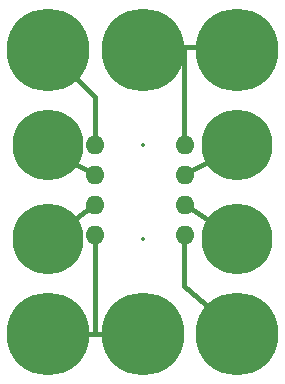
<source format=gtl>
%TF.GenerationSoftware,KiCad,Pcbnew,4.0.5-e0-6337~49~ubuntu16.04.1*%
%TF.CreationDate,2017-02-14T00:29:16-08:00*%
%TF.ProjectId,3x4-555-Timer-8DIP-Breakout,3378342D3535352D54696D65722D3844,1.0*%
%TF.FileFunction,Copper,L1,Top,Signal*%
%FSLAX46Y46*%
G04 Gerber Fmt 4.6, Leading zero omitted, Abs format (unit mm)*
G04 Created by KiCad (PCBNEW 4.0.5-e0-6337~49~ubuntu16.04.1) date Tue Feb 14 00:29:16 2017*
%MOMM*%
%LPD*%
G01*
G04 APERTURE LIST*
%ADD10C,0.350000*%
%ADD11C,0.406400*%
%ADD12O,1.600000X1.600000*%
%ADD13C,7.000000*%
%ADD14C,6.000000*%
%ADD15C,0.350000*%
G04 APERTURE END LIST*
D10*
D11*
X22780720Y-74152760D02*
X30780720Y-74152760D01*
X26780720Y-63152760D02*
X22780720Y-66152760D01*
X22780720Y-58652760D02*
X26780720Y-60652760D01*
X26780720Y-54152760D02*
X22780720Y-50152760D01*
X26780720Y-58152760D02*
X26780720Y-54152760D01*
X30780720Y-49902760D02*
X38780720Y-49902760D01*
X34280720Y-56652760D02*
X34280720Y-49902760D01*
X34280720Y-60652760D02*
X38780720Y-58402760D01*
X34280720Y-63152760D02*
X38780720Y-66152760D01*
X34280720Y-70152760D02*
X39030720Y-74152760D01*
X34280720Y-65652760D02*
X34280720Y-70152760D01*
X26780720Y-65902760D02*
X26780720Y-74152760D01*
X34280720Y-56652760D02*
X34280720Y-58152760D01*
D12*
X26780720Y-58152760D03*
X26780720Y-60692760D03*
X26780720Y-63232760D03*
X26780720Y-65772760D03*
X34400720Y-65772760D03*
X34400720Y-63232760D03*
X34400720Y-60692760D03*
X34400720Y-58152760D03*
D13*
X22780720Y-74152760D03*
D14*
X22780720Y-58152760D03*
X22780720Y-66152760D03*
D13*
X30780720Y-74152760D03*
X22780720Y-50152760D03*
D14*
X38780720Y-58152760D03*
D13*
X38780720Y-74152760D03*
D14*
X38780720Y-66152760D03*
D13*
X38780720Y-50152760D03*
X30780720Y-50152760D03*
D15*
X26780720Y-58152760D03*
X26780720Y-60692760D03*
X26780720Y-63232760D03*
X26780720Y-65772760D03*
X34400720Y-65772760D03*
X34400720Y-63232760D03*
X34400720Y-60692760D03*
X34400720Y-58152760D03*
X22780720Y-74152760D03*
X30780720Y-58152760D03*
X22780720Y-58152760D03*
X22780720Y-66152760D03*
X30780720Y-66152760D03*
X30780720Y-74152760D03*
X22780720Y-50152760D03*
X38780720Y-58152760D03*
X38780720Y-74152760D03*
X38780720Y-66152760D03*
X38780720Y-50152760D03*
X30780720Y-50152760D03*
M02*

</source>
